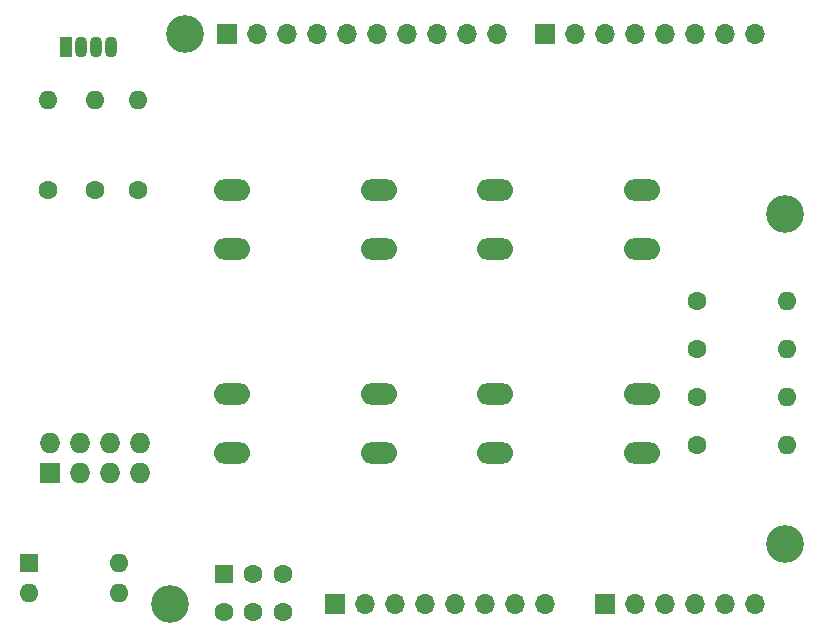
<source format=gts>
%TF.GenerationSoftware,KiCad,Pcbnew,(6.0.10-0)*%
%TF.CreationDate,2023-01-25T21:57:08-05:00*%
%TF.ProjectId,AWB-0412_HeroShield,4157422d-3034-4313-925f-4865726f5368,rev?*%
%TF.SameCoordinates,Original*%
%TF.FileFunction,Soldermask,Top*%
%TF.FilePolarity,Negative*%
%FSLAX46Y46*%
G04 Gerber Fmt 4.6, Leading zero omitted, Abs format (unit mm)*
G04 Created by KiCad (PCBNEW (6.0.10-0)) date 2023-01-25 21:57:08*
%MOMM*%
%LPD*%
G01*
G04 APERTURE LIST*
%ADD10O,3.048000X1.850000*%
%ADD11C,1.600000*%
%ADD12O,1.600000X1.600000*%
%ADD13C,3.200000*%
%ADD14R,1.600000X1.600000*%
%ADD15R,1.070000X1.800000*%
%ADD16O,1.070000X1.800000*%
%ADD17R,1.727200X1.727200*%
%ADD18O,1.727200X1.727200*%
%ADD19R,1.700000X1.700000*%
%ADD20O,1.700000X1.700000*%
G04 APERTURE END LIST*
D10*
%TO.C,Btn1*%
X119160000Y-62420000D03*
X131660000Y-62420000D03*
X119160000Y-67420000D03*
X131660000Y-67420000D03*
%TD*%
D11*
%TO.C,220ohm*%
X107570000Y-62450000D03*
D12*
X107570000Y-54830000D03*
%TD*%
D11*
%TO.C,220ohm*%
X103570000Y-62450000D03*
D12*
X103570000Y-54830000D03*
%TD*%
D10*
%TO.C,Btn3*%
X131660000Y-79720000D03*
X119160000Y-79720000D03*
X119160000Y-84720000D03*
X131660000Y-84720000D03*
%TD*%
D13*
%TO.C,MH1*%
X115240000Y-49200000D03*
%TD*%
D14*
%TO.C,PrgmMode | RST*%
X102000000Y-94000000D03*
D12*
X102000000Y-96540000D03*
X109620000Y-96540000D03*
X109620000Y-94000000D03*
%TD*%
D11*
%TO.C,10ohm*%
X158547000Y-83970000D03*
D12*
X166167000Y-83970000D03*
%TD*%
D14*
%TO.C,Hero Passthrough*%
X118500000Y-94920000D03*
D11*
X121000000Y-94920000D03*
X123500000Y-94920000D03*
X118500000Y-98120000D03*
X121000000Y-98120000D03*
X123500000Y-98120000D03*
%TD*%
%TO.C,220ohm*%
X111190000Y-62450000D03*
D12*
X111190000Y-54830000D03*
%TD*%
D10*
%TO.C,Btn2*%
X141420000Y-62420000D03*
X153920000Y-62420000D03*
X153920000Y-67420000D03*
X141420000Y-67420000D03*
%TD*%
%TO.C,Btn4*%
X153920000Y-79720000D03*
X141420000Y-79720000D03*
X153920000Y-84720000D03*
X141420000Y-84720000D03*
%TD*%
D13*
%TO.C,MH2*%
X113970000Y-97460000D03*
%TD*%
D11*
%TO.C,10ohm*%
X158547000Y-71820000D03*
D12*
X166167000Y-71820000D03*
%TD*%
D15*
%TO.C,LED*%
X105110900Y-50280000D03*
D16*
X106380900Y-50280000D03*
X107650900Y-50280000D03*
X108920900Y-50280000D03*
%TD*%
D13*
%TO.C,MH3*%
X166040000Y-64440000D03*
%TD*%
%TO.C,MH4*%
X166040000Y-92380000D03*
%TD*%
D11*
%TO.C,10ohm*%
X158547000Y-75870000D03*
D12*
X166167000Y-75870000D03*
%TD*%
D17*
%TO.C,ESP8266 ESP-01*%
X103810000Y-86411000D03*
D18*
X103810000Y-83871000D03*
X106350000Y-86411000D03*
X106350000Y-83871000D03*
X108890000Y-86411000D03*
X108890000Y-83871000D03*
X111430000Y-86411000D03*
X111430000Y-83871000D03*
%TD*%
D11*
%TO.C,10ohm*%
X158547000Y-79920000D03*
D12*
X166167000Y-79920000D03*
%TD*%
D19*
%TO.C,J1*%
X127940000Y-97460000D03*
D20*
X130480000Y-97460000D03*
X133020000Y-97460000D03*
X135560000Y-97460000D03*
X138100000Y-97460000D03*
X140640000Y-97460000D03*
X143180000Y-97460000D03*
X145720000Y-97460000D03*
%TD*%
D19*
%TO.C,J3*%
X150800000Y-97460000D03*
D20*
X153340000Y-97460000D03*
X155880000Y-97460000D03*
X158420000Y-97460000D03*
X160960000Y-97460000D03*
X163500000Y-97460000D03*
%TD*%
D19*
%TO.C,J2*%
X118796000Y-49200000D03*
D20*
X121336000Y-49200000D03*
X123876000Y-49200000D03*
X126416000Y-49200000D03*
X128956000Y-49200000D03*
X131496000Y-49200000D03*
X134036000Y-49200000D03*
X136576000Y-49200000D03*
X139116000Y-49200000D03*
X141656000Y-49200000D03*
%TD*%
D19*
%TO.C,J4*%
X145720000Y-49200000D03*
D20*
X148260000Y-49200000D03*
X150800000Y-49200000D03*
X153340000Y-49200000D03*
X155880000Y-49200000D03*
X158420000Y-49200000D03*
X160960000Y-49200000D03*
X163500000Y-49200000D03*
%TD*%
M02*

</source>
